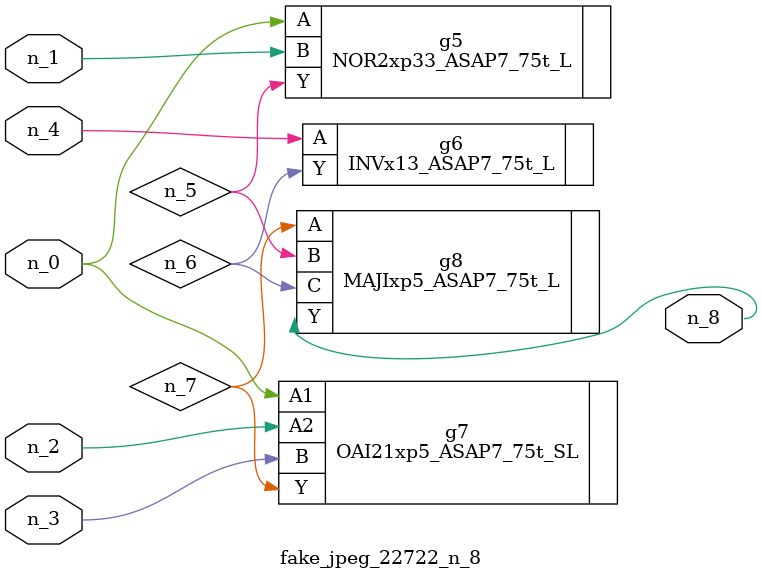
<source format=v>
module fake_jpeg_22722_n_8 (n_3, n_2, n_1, n_0, n_4, n_8);

input n_3;
input n_2;
input n_1;
input n_0;
input n_4;

output n_8;

wire n_6;
wire n_5;
wire n_7;

NOR2xp33_ASAP7_75t_L g5 ( 
.A(n_0),
.B(n_1),
.Y(n_5)
);

INVx13_ASAP7_75t_L g6 ( 
.A(n_4),
.Y(n_6)
);

OAI21xp5_ASAP7_75t_SL g7 ( 
.A1(n_0),
.A2(n_2),
.B(n_3),
.Y(n_7)
);

MAJIxp5_ASAP7_75t_L g8 ( 
.A(n_7),
.B(n_5),
.C(n_6),
.Y(n_8)
);


endmodule
</source>
